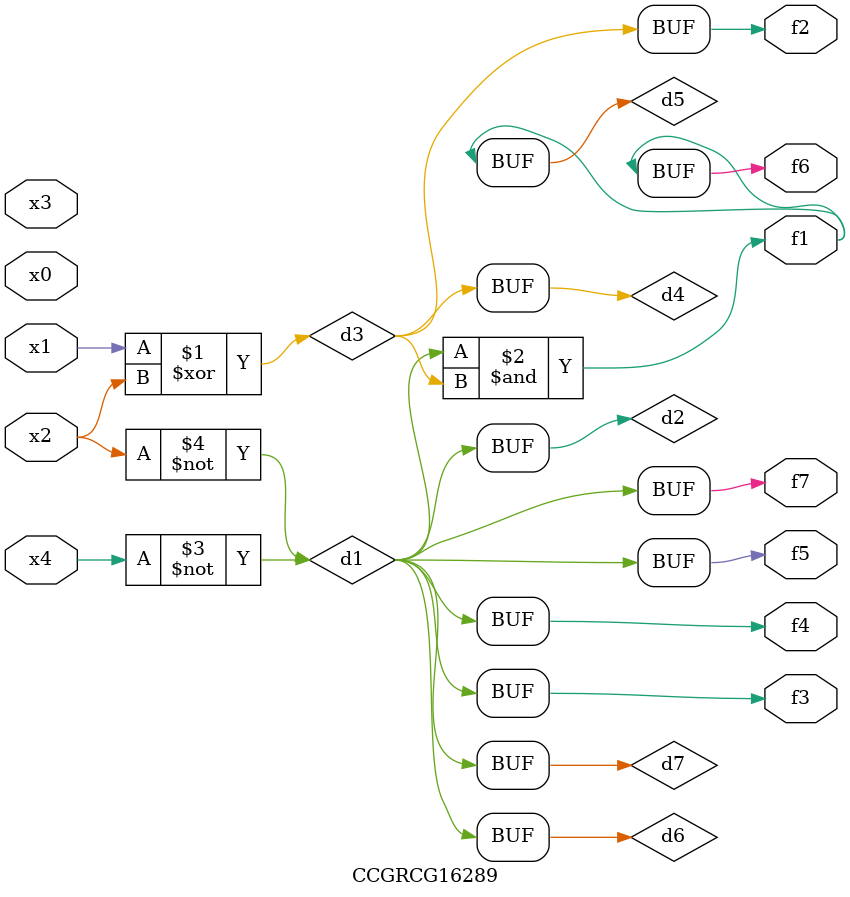
<source format=v>
module CCGRCG16289(
	input x0, x1, x2, x3, x4,
	output f1, f2, f3, f4, f5, f6, f7
);

	wire d1, d2, d3, d4, d5, d6, d7;

	not (d1, x4);
	not (d2, x2);
	xor (d3, x1, x2);
	buf (d4, d3);
	and (d5, d1, d3);
	buf (d6, d1, d2);
	buf (d7, d2);
	assign f1 = d5;
	assign f2 = d4;
	assign f3 = d7;
	assign f4 = d7;
	assign f5 = d7;
	assign f6 = d5;
	assign f7 = d7;
endmodule

</source>
